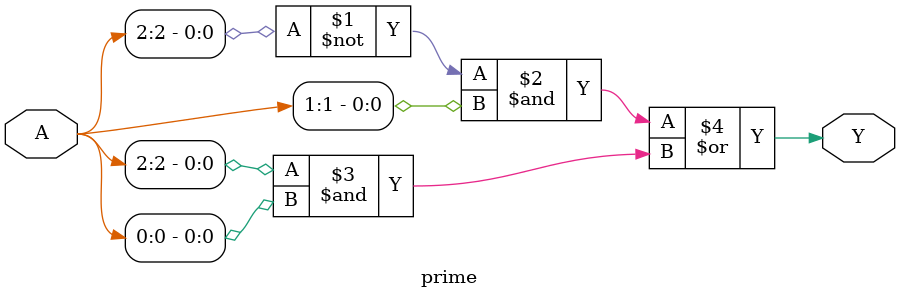
<source format=sv>
module prime(A,Y);
  input [2:0] A;
  output Y;
  assign Y =( ~A[2] & A[1]) |( A[2] & A[0]);
  endmodule

</source>
